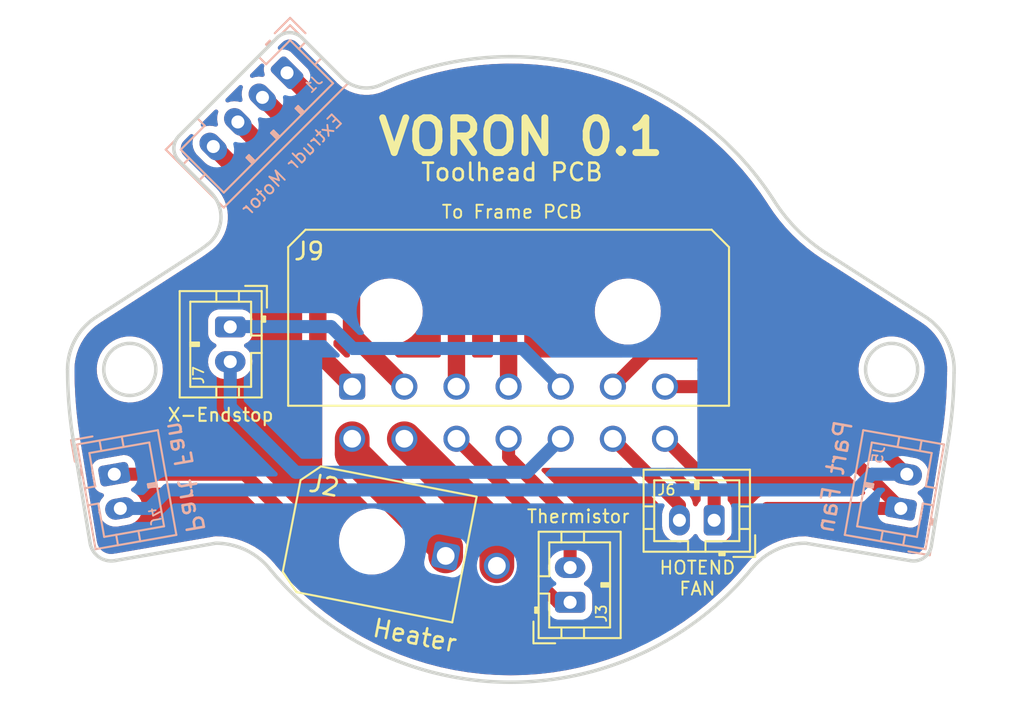
<source format=kicad_pcb>
(kicad_pcb (version 20211014) (generator pcbnew)
  (layers (0 "F.Cu" signal) (31 "B.Cu" signal) (34 "B.Paste" user) (35 "F.Paste" user) (36 "B.SilkS" user "B.Silkscreen") (37 "F.SilkS" user "F.Silkscreen") (38 "B.Mask" user) (39 "F.Mask" user) (44 "Edge.Cuts" user))
  (net 0 "")
  (net 1 "/B-")
  (net 2 "/B+")
  (net 3 "/A-")
  (net 4 "/A+")
  (net 5 "/therm1")
  (net 6 "/therm0")
  (net 7 "/fan0")
  (net 8 "/heat_high")
  (net 9 "/fan1")
  (net 10 "Net-(J4-Pad1)")
  (net 11 "/sw0")
  (net 12 "Net-(J6-Pad1)")
  (net 13 "/heat_gnd")
  (net 14 "/sw1")
  (footprint "Connector_Molex:Molex_Micro-Fit_3.0_43045-0200_2x01_P3.00mm_Horizontal" (layer "F.Cu") (at 96.26 110.73 79)
    (fp_text reference "J2" (at 2.644338 -7.63518 349) (layer "F.SilkS"))
    (fp_text value "Conn_01x02_Female")
    (fp_line (start 3.685 1.1) (end -3.685 1.1) (layer "F.SilkS") (width 0.12))
    (fp_line (start -3.685 -8.03) (end -2.685 -9.03) (layer "F.SilkS") (width 0.12))
    (fp_line (start -2.685 -9.03) (end 2.685 -9.03) (layer "F.SilkS") (width 0.12))
    (fp_line (start -3.685 1.1) (end -3.685 -8.03) (layer "F.SilkS") (width 0.12))
    (fp_line (start 2.685 -9.03) (end 3.685 -8.03) (layer "F.SilkS") (width 0.12))
    (fp_line (start 3.685 -8.03) (end 3.685 1.1) (layer "F.SilkS") (width 0.12))
    (pad "" np_thru_hole circle locked (at 0 -4.32 79) (size 3 3) (drill 3) (layers *.Cu *.Mask))
    (pad "1" thru_hole roundrect locked (at 0 0 79) (size 1.5 1.5) (drill 1.02) (layers *.Cu *.Mask) (roundrect_rratio 0.1666666667) (net 8 "/heat_high"))
    (pad "2" thru_hole circle locked (at 0 3 79) (size 1.5 1.5) (drill 1.02) (layers *.Cu *.Mask) (net 13 "/heat_gnd"))
  )
  (footprint "Connector_JST:JST_PH_B2B-PH-K_1x02_P2.00mm_Vertical" (layer "F.Cu") (at 103.42 113.4 90)
    (fp_text reference "J3" (at -0.646 1.8 270) (layer "F.SilkS") (effects (font (size 0.6 0.6) (thickness 0.1))))
    (fp_text value "Conn_01x02_Female")
    (fp_line (start 0.9 2.3) (end 0.9 1.8) (layer "F.SilkS") (width 0.12))
    (fp_line (start 4.06 -1.81) (end -2.06 -1.81) (layer "F.SilkS") (width 0.12))
    (fp_line (start 1.5 -1.2) (end 1.5 -1.81) (layer "F.SilkS") (width 0.12))
    (fp_line (start 4.06 -0.5) (end 3.45 -0.5) (layer "F.SilkS") (width 0.12))
    (fp_line (start -1.45 2.3) (end 3.45 2.3) (layer "F.SilkS") (width 0.12))
    (fp_line (start 3.45 2.3) (end 3.45 -1.2) (layer "F.SilkS") (width 0.12))
    (fp_line (start 1 2.3) (end 1 1.8) (layer "F.SilkS") (width 0.12))
    (fp_line (start 3.45 -1.2) (end 1.5 -1.2) (layer "F.SilkS") (width 0.12))
    (fp_line (start -0.3 -1.91) (end -0.6 -1.91) (layer "F.SilkS") (width 0.12))
    (fp_line (start -1.11 -2.11) (end -2.36 -2.11) (layer "F.SilkS") (width 0.12))
    (fp_line (start -2.06 2.91) (end 4.06 2.91) (layer "F.SilkS") (width 0.12))
    (fp_line (start -0.6 -2.01) (end -0.6 -1.81) (layer "F.SilkS") (width 0.12))
    (fp_line (start -0.3 -1.81) (end -0.3 -2.01) (layer "F.SilkS") (width 0.12))
    (fp_line (start 0.5 -1.2) (end -1.45 -1.2) (layer "F.SilkS") (width 0.12))
    (fp_line (start 4.06 0.8) (end 3.45 0.8) (layer "F.SilkS") (width 0.12))
    (fp_line (start 0.5 -1.81) (end 0.5 -1.2) (layer "F.SilkS") (width 0.12))
    (fp_line (start -2.36 -2.11) (end -2.36 -0.86) (layer "F.SilkS") (width 0.12))
    (fp_line (start 0.9 1.8) (end 1.1 1.8) (layer "F.SilkS") (width 0.12))
    (fp_line (start -0.3 -2.01) (end -0.6 -2.01) (layer "F.SilkS") (width 0.12))
    (fp_line (start -2.06 -1.81) (end -2.06 2.91) (layer "F.SilkS") (width 0.12))
    (fp_line (start 4.06 2.91) (end 4.06 -1.81) (layer "F.SilkS") (width 0.12))
    (fp_line (start 1.1 1.8) (end 1.1 2.3) (layer "F.SilkS") (width 0.12))
    (fp_line (start -2.06 0.8) (end -1.45 0.8) (layer "F.SilkS") (width 0.12))
    (fp_line (start -2.06 -0.5) (end -1.45 -0.5) (layer "F.SilkS") (width 0.12))
    (fp_line (start -1.45 -1.2) (end -1.45 2.3) (layer "F.SilkS") (width 0.12))
    (pad "1" thru_hole roundrect locked (at 0 0 90) (size 1.2 1.75) (drill 0.75) (layers *.Cu *.Mask) (roundrect_rratio 0.2083325) (net 6 "/therm0"))
    (pad "2" thru_hole oval locked (at 2 0 90) (size 1.2 1.75) (drill 0.75) (layers *.Cu *.Mask) (net 5 "/therm1"))
  )
  (footprint "Connector_JST:JST_PH_B2B-PH-K_1x02_P2.00mm_Vertical" (layer "F.Cu") (at 111.71 108.68 180)
    (fp_text reference "J6" (at 2.744 1.746) (layer "F.SilkS") (effects (font (size 0.6 0.6) (thickness 0.1))))
    (fp_text value "Conn_01x02_Female")
    (fp_line (start -2.36 -2.11) (end -2.36 -0.86) (layer "F.SilkS") (width 0.12))
    (fp_line (start 3.45 -1.2) (end 1.5 -1.2) (layer "F.SilkS") (width 0.12))
    (fp_line (start -2.06 2.91) (end 4.06 2.91) (layer "F.SilkS") (width 0.12))
    (fp_line (start -1.45 -1.2) (end -1.45 2.3) (layer "F.SilkS") (width 0.12))
    (fp_line (start 0.5 -1.81) (end 0.5 -1.2) (layer "F.SilkS") (width 0.12))
    (fp_line (start -2.06 0.8) (end -1.45 0.8) (layer "F.SilkS") (width 0.12))
    (fp_line (start 0.5 -1.2) (end -1.45 -1.2) (layer "F.SilkS") (width 0.12))
    (fp_line (start -0.3 -1.91) (end -0.6 -1.91) (layer "F.SilkS") (width 0.12))
    (fp_line (start 4.06 -1.81) (end -2.06 -1.81) (layer "F.SilkS") (width 0.12))
    (fp_line (start 4.06 -0.5) (end 3.45 -0.5) (layer "F.SilkS") (width 0.12))
    (fp_line (start 0.9 2.3) (end 0.9 1.8) (layer "F.SilkS") (width 0.12))
    (fp_line (start -0.3 -2.01) (end -0.6 -2.01) (layer "F.SilkS") (width 0.12))
    (fp_line (start -1.45 2.3) (end 3.45 2.3) (layer "F.SilkS") (width 0.12))
    (fp_line (start -0.6 -2.01) (end -0.6 -1.81) (layer "F.SilkS") (width 0.12))
    (fp_line (start -2.06 -1.81) (end -2.06 2.91) (layer "F.SilkS") (width 0.12))
    (fp_line (start -0.3 -1.81) (end -0.3 -2.01) (layer "F.SilkS") (width 0.12))
    (fp_line (start -2.06 -0.5) (end -1.45 -0.5) (layer "F.SilkS") (width 0.12))
    (fp_line (start 1 2.3) (end 1 1.8) (layer "F.SilkS") (width 0.12))
    (fp_line (start 0.9 1.8) (end 1.1 1.8) (layer "F.SilkS") (width 0.12))
    (fp_line (start 4.06 2.91) (end 4.06 -1.81) (layer "F.SilkS") (width 0.12))
    (fp_line (start 4.06 0.8) (end 3.45 0.8) (layer "F.SilkS") (width 0.12))
    (fp_line (start 1.5 -1.2) (end 1.5 -1.81) (layer "F.SilkS") (width 0.12))
    (fp_line (start 1.1 1.8) (end 1.1 2.3) (layer "F.SilkS") (width 0.12))
    (fp_line (start 3.45 2.3) (end 3.45 -1.2) (layer "F.SilkS") (width 0.12))
    (fp_line (start -1.11 -2.11) (end -2.36 -2.11) (layer "F.SilkS") (width 0.12))
    (pad "1" thru_hole roundrect locked (at 0 0 180) (size 1.2 1.75) (drill 0.75) (layers *.Cu *.Mask) (roundrect_rratio 0.2083325) (net 12 "Net-(J6-Pad1)"))
    (pad "2" thru_hole oval locked (at 2 0 180) (size 1.2 1.75) (drill 0.75) (layers *.Cu *.Mask) (net 9 "/fan1"))
  )
  (footprint "Connector_Molex:Molex_Micro-Fit_3.0_43045-1400_2x07_P3.00mm_Horizontal" (layer "F.Cu") (at 90.88 100.99)
    (fp_text reference "J9" (at -2.48 -7.79) (layer "F.SilkS"))
    (fp_text value "Conn_02x07_Counter_Clockwise")
    (fp_line (start -2.685 -9.03) (end 20.685 -9.03) (layer "F.SilkS") (width 0.12))
    (fp_line (start -3.685 -8.03) (end -2.685 -9.03) (layer "F.SilkS") (width 0.12))
    (fp_line (start 21.685 1.1) (end -3.685 1.1) (layer "F.SilkS") (width 0.12))
    (fp_line (start -3.685 1.1) (end -3.685 -8.03) (layer "F.SilkS") (width 0.12))
    (fp_line (start 20.685 -9.03) (end 21.685 -8.03) (layer "F.SilkS") (width 0.12))
    (fp_line (start 21.685 -8.03) (end 21.685 1.1) (layer "F.SilkS") (width 0.12))
    (pad "" np_thru_hole circle locked (at 2.16 -4.32) (size 3 3) (drill 3) (layers *.Cu *.Mask))
    (pad "" np_thru_hole circle locked (at 15.86 -4.32) (size 3 3) (drill 3) (layers *.Cu *.Mask))
    (pad "1" thru_hole roundrect locked (at 0 0) (size 1.5 1.5) (drill 1.02) (layers *.Cu *.Mask) (roundrect_rratio 0.1666666667) (net 4 "/A+"))
    (pad "2" thru_hole circle locked (at 3 0) (size 1.5 1.5) (drill 1.02) (layers *.Cu *.Mask) (net 3 "/A-"))
    (pad "3" thru_hole circle locked (at 6 0) (size 1.5 1.5) (drill 1.02) (layers *.Cu *.Mask) (net 2 "/B+"))
    (pad "4" thru_hole circle locked (at 9 0) (size 1.5 1.5) (drill 1.02) (layers *.Cu *.Mask) (net 1 "/B-"))
    (pad "5" thru_hole circle locked (at 12 0) (size 1.5 1.5) (drill 1.02) (layers *.Cu *.Mask) (net 14 "/sw1"))
    (pad "6" thru_hole circle locked (at 15 0) (size 1.5 1.5) (drill 1.02) (layers *.Cu *.Mask) (net 7 "/fan0"))
    (pad "7" thru_hole circle locked (at 18 0) (size 1.5 1.5) (drill 1.02) (layers *.Cu *.Mask) (net 10 "Net-(J4-Pad1)"))
    (pad "8" thru_hole circle locked (at 0 3) (size 1.5 1.5) (drill 1.02) (layers *.Cu *.Mask) (net 8 "/heat_high"))
    (pad "9" thru_hole circle locked (at 3 3) (size 1.5 1.5) (drill 1.02) (layers *.Cu *.Mask) (net 13 "/heat_gnd"))
    (pad "10" thru_hole circle locked (at 6 3) (size 1.5 1.5) (drill 1.02) (layers *.Cu *.Mask) (net 6 "/therm0"))
    (pad "11" thru_hole circle locked (at 9 3) (size 1.5 1.5) (drill 1.02) (layers *.Cu *.Mask) (net 5 "/therm1"))
    (pad "12" thru_hole circle locked (at 12 3) (size 1.5 1.5) (drill 1.02) (layers *.Cu *.Mask) (net 11 "/sw0"))
    (pad "13" thru_hole circle locked (at 15 3) (size 1.5 1.5) (drill 1.02) (layers *.Cu *.Mask) (net 9 "/fan1"))
    (pad "14" thru_hole circle locked (at 18 3) (size 1.5 1.5) (drill 1.02) (layers *.Cu *.Mask) (net 12 "Net-(J6-Pad1)"))
  )
  (footprint "Connector_JST:JST_PH_B2B-PH-K_1x02_P2.00mm_Vertical" (layer "F.Cu") (at 83.862 97.552 -90)
    (fp_text reference "J7" (at 2.778 1.82 90) (layer "F.SilkS") (effects (font (size 0.6 0.6) (thickness 0.1))))
    (fp_text value "Conn_01x02_Female")
    (fp_line (start 1 2.3) (end 1 1.8) (layer "F.SilkS") (width 0.12))
    (fp_line (start -0.6 -2.01) (end -0.6 -1.81) (layer "F.SilkS") (width 0.12))
    (fp_line (start 1.1 1.8) (end 1.1 2.3) (layer "F.SilkS") (width 0.12))
    (fp_line (start -1.45 -1.2) (end -1.45 2.3) (layer "F.SilkS") (width 0.12))
    (fp_line (start -0.3 -1.81) (end -0.3 -2.01) (layer "F.SilkS") (width 0.12))
    (fp_line (start 4.06 0.8) (end 3.45 0.8) (layer "F.SilkS") (width 0.12))
    (fp_line (start -2.06 0.8) (end -1.45 0.8) (layer "F.SilkS") (width 0.12))
    (fp_line (start 4.06 -1.81) (end -2.06 -1.81) (layer "F.SilkS") (width 0.12))
    (fp_line (start 0.5 -1.81) (end 0.5 -1.2) (layer "F.SilkS") (width 0.12))
    (fp_line (start 0.5 -1.2) (end -1.45 -1.2) (layer "F.SilkS") (width 0.12))
    (fp_line (start -1.45 2.3) (end 3.45 2.3) (layer "F.SilkS") (width 0.12))
    (fp_line (start -1.11 -2.11) (end -2.36 -2.11) (layer "F.SilkS") (width 0.12))
    (fp_line (start 3.45 2.3) (end 3.45 -1.2) (layer "F.SilkS") (width 0.12))
    (fp_line (start -2.06 -1.81) (end -2.06 2.91) (layer "F.SilkS") (width 0.12))
    (fp_line (start 0.9 1.8) (end 1.1 1.8) (layer "F.SilkS") (width 0.12))
    (fp_line (start 0.9 2.3) (end 0.9 1.8) (layer "F.SilkS") (width 0.12))
    (fp_line (start -2.06 2.91) (end 4.06 2.91) (layer "F.SilkS") (width 0.12))
    (fp_line (start 3.45 -1.2) (end 1.5 -1.2) (layer "F.SilkS") (width 0.12))
    (fp_line (start 1.5 -1.2) (end 1.5 -1.81) (layer "F.SilkS") (width 0.12))
    (fp_line (start -2.36 -2.11) (end -2.36 -0.86) (layer "F.SilkS") (width 0.12))
    (fp_line (start -2.06 -0.5) (end -1.45 -0.5) (layer "F.SilkS") (width 0.12))
    (fp_line (start 4.06 -0.5) (end 3.45 -0.5) (layer "F.SilkS") (width 0.12))
    (fp_line (start -0.3 -2.01) (end -0.6 -2.01) (layer "F.SilkS") (width 0.12))
    (fp_line (start 4.06 2.91) (end 4.06 -1.81) (layer "F.SilkS") (width 0.12))
    (fp_line (start -0.3 -1.91) (end -0.6 -1.91) (layer "F.SilkS") (width 0.12))
    (pad "1" thru_hole roundrect locked (at 0 0 270) (size 1.2 1.75) (drill 0.75) (layers *.Cu *.Mask) (roundrect_rratio 0.2083333333) (net 14 "/sw1"))
    (pad "2" thru_hole oval locked (at 2 0 270) (size 1.2 1.75) (drill 0.75) (layers *.Cu *.Mask) (net 11 "/sw0"))
  )
  (footprint "Connector_JST:JST_PH_B4B-PH-K_1x04_P2.00mm_Vertical" (layer "B.Cu") (at 87.13 82.93 -135)
    (fp_text reference "J1" (at -0.622254 -1.521694 -135) (layer "B.SilkS") (effects (font (size 0.6 0.6) (thickness 0.1)) (justify mirror)))
    (fp_text value "Conn_01x04_Female")
    (fp_line (start 0.5 1.81) (end 0.5 1.2) (layer "B.SilkS") (width 0.12))
    (fp_line (start 8.06 -0.8) (end 7.45 -0.8) (layer "B.SilkS") (width 0.12))
    (fp_line (start 4.9 -1.8) (end 5.1 -1.8) (layer "B.SilkS") (width 0.12))
    (fp_line (start 1 -2.3) (end 1 -1.8) (layer "B.SilkS") (width 0.12))
    (fp_line (start -0.3 1.91) (end -0.6 1.91) (layer "B.SilkS") (width 0.12))
    (fp_line (start 2.9 -2.3) (end 2.9 -1.8) (layer "B.SilkS") (width 0.12))
    (fp_line (start 3.1 -1.8) (end 3.1 -2.3) (layer "B.SilkS") (width 0.12))
    (fp_line (start 0.5 1.2) (end -1.45 1.2) (layer "B.SilkS") (width 0.12))
    (fp_line (start -0.6 2.01) (end -0.6 1.81) (layer "B.SilkS") (width 0.12))
    (fp_line (start 1.1 -1.8) (end 1.1 -2.3) (layer "B.SilkS") (width 0.12))
    (fp_line (start 8.06 0.5) (end 7.45 0.5) (layer "B.SilkS") (width 0.12))
    (fp_line (start 0.9 -1.8) (end 1.1 -1.8) (layer "B.SilkS") (width 0.12))
    (fp_line (start 5.5 1.2) (end 5.5 1.81) (layer "B.SilkS") (width 0.12))
    (fp_line (start 7.45 -2.3) (end 7.45 1.2) (layer "B.SilkS") (width 0.12))
    (fp_line (start -2.36 2.11) (end -2.36 0.86) (layer "B.SilkS") (width 0.12))
    (fp_line (start 3 -2.3) (end 3 -1.8) (layer "B.SilkS") (width 0.12))
    (fp_line (start -1.45 1.2) (end -1.45 -2.3) (layer "B.SilkS") (width 0.12))
    (fp_line (start 4.9 -2.3) (end 4.9 -1.8) (layer "B.SilkS") (width 0.12))
    (fp_line (start 5 -2.3) (end 5 -1.8) (layer "B.SilkS") (width 0.12))
    (fp_line (start -0.3 1.81) (end -0.3 2.01) (layer "B.SilkS") (width 0.12))
    (fp_line (start 7.45 1.2) (end 5.5 1.2) (layer "B.SilkS") (width 0.12))
    (fp_line (start -0.3 2.01) (end -0.6 2.01) (layer "B.SilkS") (width 0.12))
    (fp_line (start -2.06 -0.8) (end -1.45 -0.8) (layer "B.SilkS") (width 0.12))
    (fp_line (start 5.1 -1.8) (end 5.1 -2.3) (layer "B.SilkS") (width 0.12))
    (fp_line (start 8.06 1.81) (end -2.06 1.81) (layer "B.SilkS") (width 0.12))
    (fp_line (start 2.9 -1.8) (end 3.1 -1.8) (layer "B.SilkS") (width 0.12))
    (fp_line (start -2.06 1.81) (end -2.06 -2.91) (layer "B.SilkS") (width 0.12))
    (fp_line (start 0.9 -2.3) (end 0.9 -1.8) (layer "B.SilkS") (width 0.12))
    (fp_line (start -1.45 -2.3) (end 7.45 -2.3) (layer "B.SilkS") (width 0.12))
    (fp_line (start -2.06 0.5) (end -1.45 0.5) (layer "B.SilkS") (width 0.12))
    (fp_line (start -1.11 2.11) (end -2.36 2.11) (layer "B.SilkS") (width 0.12))
    (fp_line (start 8.06 -2.91) (end 8.06 1.81) (layer "B.SilkS") (width 0.12))
    (fp_line (start -2.06 -2.91) (end 8.06 -2.91) (layer "B.SilkS") (width 0.12))
    (pad "1" thru_hole roundrect locked (at 0 0 225) (size 1.2 1.75) (drill 0.75) (layers *.Cu *.Mask) (roundrect_rratio 0.2083325) (net 1 "/B-"))
    (pad "2" thru_hole oval locked (at 2 0 225) (size 1.2 1.75) (drill 0.75) (layers *.Cu *.Mask) (net 2 "/B+"))
    (pad "3" thru_hole oval locked (at 4 0 225) (size 1.2 1.75) (drill 0.75) (layers *.Cu *.Mask) (net 3 "/A-"))
    (pad "4" thru_hole oval locked (at 6 0 225) (size 1.2 1.75) (drill 0.75) (layers *.Cu *.Mask) (net 4 "/A+"))
  )
  (footprint "Connector_JST:JST_PH_B2B-PH-K_1x02_P2.00mm_Vertical" (layer "B.Cu") (at 77.19 106.03 -80)
    (fp_text reference "J4" (at 2.792588 -1.855258 100) (layer "B.SilkS") (effects (font (size 0.6 0.6) (thickness 0.1)) (justify mirror)))
    (fp_text value "Conn_01x02_Female")
    (fp_line (start -0.6 2.01) (end -0.6 1.81) (layer "B.SilkS") (width 0.12))
    (fp_line (start -1.11 2.11) (end -2.36 2.11) (layer "B.SilkS") (width 0.12))
    (fp_line (start -2.06 0.5) (end -1.45 0.5) (layer "B.SilkS") (width 0.12))
    (fp_line (start -0.3 2.01) (end -0.6 2.01) (layer "B.SilkS") (width 0.12))
    (fp_line (start -0.3 1.81) (end -0.3 2.01) (layer "B.SilkS") (width 0.12))
    (fp_line (start 3.45 1.2) (end 1.5 1.2) (layer "B.SilkS") (width 0.12))
    (fp_line (start 1.5 1.2) (end 1.5 1.81) (layer "B.SilkS") (width 0.12))
    (fp_line (start -1.45 1.2) (end -1.45 -2.3) (layer "B.SilkS") (width 0.12))
    (fp_line (start 3.45 -2.3) (end 3.45 1.2) (layer "B.SilkS") (width 0.12))
    (fp_line (start 0.5 1.81) (end 0.5 1.2) (layer "B.SilkS") (width 0.12))
    (fp_line (start -2.36 2.11) (end -2.36 0.86) (layer "B.SilkS") (width 0.12))
    (fp_line (start 0.9 -1.8) (end 1.1 -1.8) (layer "B.SilkS") (width 0.12))
    (fp_line (start -2.06 -2.91) (end 4.06 -2.91) (layer "B.SilkS") (width 0.12))
    (fp_line (start -2.06 1.81) (end -2.06 -2.91) (layer "B.SilkS") (width 0.12))
    (fp_line (start 4.06 -2.91) (end 4.06 1.81) (layer "B.SilkS") (width 0.12))
    (fp_line (start 4.06 0.5) (end 3.45 0.5) (layer "B.SilkS") (width 0.12))
    (fp_line (start 0.5 1.2) (end -1.45 1.2) (layer "B.SilkS") (width 0.12))
    (fp_line (start 4.06 1.81) (end -2.06 1.81) (layer "B.SilkS") (width 0.12))
    (fp_line (start -1.45 -2.3) (end 3.45 -2.3) (layer "B.SilkS") (width 0.12))
    (fp_line (start 4.06 -0.8) (end 3.45 -0.8) (layer "B.SilkS") (width 0.12))
    (fp_line (start 1 -2.3) (end 1 -1.8) (layer "B.SilkS") (width 0.12))
    (fp_line (start -0.3 1.91) (end -0.6 1.91) (layer "B.SilkS") (width 0.12))
    (fp_line (start 1.1 -1.8) (end 1.1 -2.3) (layer "B.SilkS") (width 0.12))
    (fp_line (start 0.9 -2.3) (end 0.9 -1.8) (layer "B.SilkS") (width 0.12))
    (fp_line (start -2.06 -0.8) (end -1.45 -0.8) (layer "B.SilkS") (width 0.12))
    (pad "1" thru_hole roundrect locked (at 0 0 280) (size 1.2 1.75) (drill 0.75) (layers *.Cu *.Mask) (roundrect_rratio 0.2083325) (net 10 "Net-(J4-Pad1)"))
    (pad "2" thru_hole oval locked (at 2 0 280) (size 1.2 1.75) (drill 0.75) (layers *.Cu *.Mask) (net 7 "/fan0"))
  )
  (footprint "Connector_JST:JST_PH_B2B-PH-K_1x02_P2.00mm_Vertical" (layer "B.Cu") (at 122.45 108 80)
    (fp_text reference "J5" (at 2.826581 -1.810334 260) (layer "B.SilkS") (effects (font (size 0.6 0.6) (thickness 0.1)) (justify mirror)))
    (fp_text value "Conn_01x02_Female")
    (fp_line (start 0.9 -1.8) (end 1.1 -1.8) (layer "B.SilkS") (width 0.12))
    (fp_line (start -2.06 1.81) (end -2.06 -2.91) (layer "B.SilkS") (width 0.12))
    (fp_line (start 4.06 -0.8) (end 3.45 -0.8) (layer "B.SilkS") (width 0.12))
    (fp_line (start -2.06 0.5) (end -1.45 0.5) (layer "B.SilkS") (width 0.12))
    (fp_line (start 0.9 -2.3) (end 0.9 -1.8) (layer "B.SilkS") (width 0.12))
    (fp_line (start 4.06 0.5) (end 3.45 0.5) (layer "B.SilkS") (width 0.12))
    (fp_line (start -2.06 -2.91) (end 4.06 -2.91) (layer "B.SilkS") (width 0.12))
    (fp_line (start 1 -2.3) (end 1 -1.8) (layer "B.SilkS") (width 0.12))
    (fp_line (start -1.45 1.2) (end -1.45 -2.3) (layer "B.SilkS") (width 0.12))
    (fp_line (start -0.6 2.01) (end -0.6 1.81) (layer "B.SilkS") (width 0.12))
    (fp_line (start -0.3 1.81) (end -0.3 2.01) (layer "B.SilkS") (width 0.12))
    (fp_line (start 4.06 -2.91) (end 4.06 1.81) (layer "B.SilkS") (width 0.12))
    (fp_line (start 3.45 1.2) (end 1.5 1.2) (layer "B.SilkS") (width 0.12))
    (fp_line (start 1.1 -1.8) (end 1.1 -2.3) (layer "B.SilkS") (width 0.12))
    (fp_line (start -0.3 1.91) (end -0.6 1.91) (layer "B.SilkS") (width 0.12))
    (fp_line (start 0.5 1.81) (end 0.5 1.2) (layer "B.SilkS") (width 0.12))
    (fp_line (start -2.36 2.11) (end -2.36 0.86) (layer "B.SilkS") (width 0.12))
    (fp_line (start -2.06 -0.8) (end -1.45 -0.8) (layer "B.SilkS") (width 0.12))
    (fp_line (start 0.5 1.2) (end -1.45 1.2) (layer "B.SilkS") (width 0.12))
    (fp_line (start -1.45 -2.3) (end 3.45 -2.3) (layer "B.SilkS") (width 0.12))
    (fp_line (start -1.11 2.11) (end -2.36 2.11) (layer "B.SilkS") (width 0.12))
    (fp_line (start -0.3 2.01) (end -0.6 2.01) (layer "B.SilkS") (width 0.12))
    (fp_line (start 4.06 1.81) (end -2.06 1.81) (layer "B.SilkS") (width 0.12))
    (fp_line (start 3.45 -2.3) (end 3.45 1.2) (layer "B.SilkS") (width 0.12))
    (fp_line (start 1.5 1.2) (end 1.5 1.81) (layer "B.SilkS") (width 0.12))
    (pad "1" thru_hole roundrect locked (at 0 0 80) (size 1.2 1.75) (drill 0.75) (layers *.Cu *.Mask) (roundrect_rratio 0.2083325) (net 10 "Net-(J4-Pad1)"))
    (pad "2" thru_hole oval locked (at 2 0 80) (size 1.2 1.75) (drill 0.75) (layers *.Cu *.Mask) (net 7 "/fan0"))
  )
  (gr_line (start 82.741298 89.812379) (end 81.07 88.15) (layer "Edge.Cuts") (width 0.2))
  (gr_line (start 80.90811 87.979191) (end 81.07 88.15) (layer "Edge.Cuts") (width 0.2))
  (gr_line (start 75.8 110) (end 74.815294 103.997572) (layer "Edge.Cuts") (width 0.2))
  (gr_line (start 124.2 110.2) (end 125.2 104) (layer "Edge.Cuts") (width 0.2))
  (gr_arc (start 77.278608 110.990272) (mid 76.327079 110.812017) (end 75.8 110) (layer "Edge.Cuts") (width 0.2))
  (gr_line (start 118.167779 93.318387) (end 123.871958 96.974815) (layer "Edge.Cuts") (width 0.2))
  (gr_arc (start 125.514702 100.199994) (mid 125.428434 102.105884) (end 125.2 104) (layer "Edge.Cuts") (width 0.2))
  (gr_arc (start 92.531895 83.62235) (mid 91.346436 83.770732) (end 90.287892 83.216824) (layer "Edge.Cuts") (width 0.2))
  (gr_circle (center 121.92 100) (end 123.42 100) (layer "Edge.Cuts") (width 0.2) (fill none))
  (gr_line (start 116.970562 110) (end 123.045421 111.009491) (layer "Edge.Cuts") (width 0.2))
  (gr_arc (start 74.5 100) (mid 74.936349 98.287149) (end 76.139027 96.99184) (layer "Edge.Cuts") (width 0.2))
  (gr_arc (start 86.56497 80.908116) (mid 87.272077 80.615223) (end 87.979184 80.908116) (layer "Edge.Cuts") (width 0.2))
  (gr_arc (start 124.2 110.2) (mid 123.782813 110.8331) (end 123.045421 111.009491) (layer "Edge.Cuts") (width 0.2))
  (gr_arc (start 123.871958 96.974815) (mid 125.128084 98.365963) (end 125.514702 100.199994) (layer "Edge.Cuts") (width 0.2))
  (gr_arc (start 113.885006 111.454545) (mid 115.264957 110.381864) (end 116.970562 110) (layer "Edge.Cuts") (width 0.2))
  (gr_arc (start 118.167779 93.318387) (mid 116.503956 91.972277) (end 115.164672 90.302954) (layer "Edge.Cuts") (width 0.2))
  (gr_arc (start 82.741298 89.812379) (mid 83.323269 91.350068) (end 82.556229 92.804313) (layer "Edge.Cuts") (width 0.2))
  (gr_arc (start 83.029437 110) (mid 84.735043 110.381864) (end 86.114994 111.454545) (layer "Edge.Cuts") (width 0.2))
  (gr_arc (start 92.531895 83.622351) (mid 105.095773 82.736365) (end 115.164672 90.302954) (layer "Edge.Cuts") (width 0.2))
  (gr_line (start 77.278608 110.990272) (end 83.029437 110) (layer "Edge.Cuts") (width 0.2))
  (gr_circle (center 78.08 100) (end 79.58 100) (layer "Edge.Cuts") (width 0.2) (fill none))
  (gr_arc (start 80.90811 87.979191) (mid 80.615217 87.272084) (end 80.90811 86.564977) (layer "Edge.Cuts") (width 0.2))
  (gr_line (start 90.287892 83.216824) (end 87.979184 80.908116) (layer "Edge.Cuts") (width 0.2))
  (gr_line (start 76.139027 96.99184) (end 81.83222 93.318387) (layer "Edge.Cuts") (width 0.2))
  (gr_arc (start 82.556229 92.804313) (mid 82.199933 93.06939) (end 81.83222 93.318387) (layer "Edge.Cuts") (width 0.2))
  (gr_arc (start 74.815294 103.997572) (mid 74.578946 102.004993) (end 74.5 100) (layer "Edge.Cuts") (width 0.2))
  (gr_arc (start 113.885005 111.454546) (mid 99.999999 118) (end 86.114994 111.454545) (layer "Edge.Cuts") (width 0.2))
  (gr_line (start 86.564971 80.908116) (end 80.90811 86.564977) (layer "Edge.Cuts") (width 0.2))
  (gr_text "Part Fan" (at 81.28 106.172 -80) (layer "B.SilkS") (effects (font (size 1 1)) (justify mirror)))
  (gr_text "Part Fan" (at 118.618 106.172 80) (layer "B.SilkS") (effects (font (size 1 1)) (justify mirror)))
  (gr_text "Extrudr Motor" (at 87.4 88.2 45) (layer "B.SilkS") (effects (font (size 0.75 0.75) (thickness 0.11)) (justify mirror)))
  (gr_text "Toolhead PCB" (at 100.076 88.646) (layer "F.SilkS") (effects (font (size 1 1))))
  (gr_text "HOTEND\nFAN" (at 110.744 112.014) (layer "F.SilkS") (effects (font (size 0.75 0.75) (thickness 0.11))))
  (gr_text "To Frame PCB" (at 100.076 90.932) (layer "F.SilkS") (effects (font (size 0.75 0.75) (thickness 0.11))))
  (gr_text "Heater\n" (at 94.488 115.316 -11) (layer "F.SilkS") (effects (font (size 1 1))))
  (gr_text "VORON 0.1\n" (at 100.584 86.614) (layer "F.SilkS") (effects (font (size 2 2) (thickness 0.4))))
  (gr_text "Thermistor" (at 103.886 108.458) (layer "F.SilkS") (effects (font (size 0.75 0.75) (thickness 0.11))))
  (gr_text "X-Endstop" (at 83.312 102.616) (layer "F.SilkS") (effects (font (size 0.75 0.75) (thickness 0.12))))
  (segment (start 99.88 100.99) (end 99.88 95.68) (width 1) (layer "F.Cu") (net 1))
  (segment (start 99.88 95.68) (end 87.13 82.93) (width 1) (layer "F.Cu") (net 1))
  (segment (start 96.88 95.508428) (end 96.88 100.99) (width 1) (layer "F.Cu") (net 2))
  (segment (start 85.715786 84.344214) (end 96.88 95.508428) (width 1) (layer "F.Cu") (net 2))
  (segment (start 90.839999 92.296853) (end 84.301573 85.758427) (width 1) (layer "F.Cu") (net 3))
  (segment (start 90.839999 97.949999) (end 90.839999 92.296853) (width 1) (layer "F.Cu") (net 3))
  (segment (start 93.88 100.99) (end 90.839999 97.949999) (width 1) (layer "F.Cu") (net 3))
  (segment (start 88.9 93.185282) (end 82.887359 87.172641) (width 1) (layer "F.Cu") (net 4))
  (segment (start 90.88 100.99) (end 88.9 99.01) (width 1) (layer "F.Cu") (net 4))
  (segment (start 88.9 99.01) (end 88.9 93.185282) (width 1) (layer "F.Cu") (net 4))
  (segment (start 103.42 108.59066) (end 103.42 111.4) (width 0.75) (layer "F.Cu") (net 5))
  (segment (start 99.88 105.05066) (end 103.42 108.59066) (width 0.75) (layer "F.Cu") (net 5))
  (segment (start 99.88 103.99) (end 99.88 105.05066) (width 0.75) (layer "F.Cu") (net 5))
  (segment (start 102.732 113.4) (end 103.42 113.4) (width 0.75) (layer "F.Cu") (net 6))
  (segment (start 101.092 108.202) (end 101.092 111.76) (width 0.75) (layer "F.Cu") (net 6))
  (segment (start 96.88 103.99) (end 101.092 108.202) (width 0.75) (layer "F.Cu") (net 6))
  (segment (start 101.092 111.76) (end 102.732 113.4) (width 0.75) (layer "F.Cu") (net 6))
  (segment (start 107.81 99.06) (end 105.88 100.99) (width 0.75) (layer "F.Cu") (net 7))
  (segment (start 119.532401 102.765489) (end 115.465489 102.765489) (width 0.75) (layer "F.Cu") (net 7))
  (segment (start 111.76 99.06) (end 107.81 99.06) (width 0.75) (layer "F.Cu") (net 7))
  (segment (start 122.797296 106.030384) (end 119.532401 102.765489) (width 0.75) (layer "F.Cu") (net 7))
  (segment (start 115.465489 102.765489) (end 111.76 99.06) (width 0.75) (layer "F.Cu") (net 7))
  (segment (start 120.791616 106.030384) (end 122.797296 106.030384) (width 0.75) (layer "B.Cu") (net 7))
  (segment (start 79.198384 107.999616) (end 80.264 106.934) (width 0.75) (layer "B.Cu") (net 7))
  (segment (start 80.264 106.934) (end 119.888 106.934) (width 0.75) (layer "B.Cu") (net 7))
  (segment (start 77.537296 107.999616) (end 79.198384 107.999616) (width 0.75) (layer "B.Cu") (net 7))
  (segment (start 119.888 106.934) (end 120.791616 106.030384) (width 0.75) (layer "B.Cu") (net 7))
  (segment (start 90.88 104.858207) (end 90.88 103.99) (width 2) (layer "F.Cu") (net 8))
  (segment (start 96.26 110.73) (end 96.26 110.238207) (width 2) (layer "F.Cu") (net 8))
  (segment (start 96.26 110.238207) (end 90.88 104.858207) (width 2) (layer "F.Cu") (net 8))
  (segment (start 109.71 108.68) (end 109.71 107.82) (width 0.75) (layer "F.Cu") (net 9))
  (segment (start 109.71 107.82) (end 105.88 103.99) (width 0.75) (layer "F.Cu") (net 9))
  (segment (start 118.59 104.14) (end 114.808 104.14) (width 0.75) (layer "F.Cu") (net 10))
  (segment (start 122.45 108) (end 118.59 104.14) (width 0.75) (layer "F.Cu") (net 10))
  (segment (start 84.694 106.03) (end 77.19 106.03) (width 0.75) (layer "F.Cu") (net 10))
  (segment (start 93.726 115.062) (end 84.694 106.03) (width 0.75) (layer "F.Cu") (net 10))
  (segment (start 114.758 108) (end 107.696 115.062) (width 0.75) (layer "F.Cu") (net 10))
  (segment (start 122.45 108) (end 114.758 108) (width 0.75) (layer "F.Cu") (net 10))
  (segment (start 111.658 100.99) (end 108.88 100.99) (width 0.75) (layer "F.Cu") (net 10))
  (segment (start 107.696 115.062) (end 93.726 115.062) (width 0.75) (layer "F.Cu") (net 10))
  (segment (start 114.808 104.14) (end 111.658 100.99) (width 0.75) (layer "F.Cu") (net 10))
  (segment (start 100.952 105.918) (end 102.88 103.99) (width 0.75) (layer "B.Cu") (net 11))
  (segment (start 87.63 105.918) (end 100.952 105.918) (width 0.75) (layer "B.Cu") (net 11))
  (segment (start 83.862 99.552) (end 83.862 102.15) (width 0.75) (layer "B.Cu") (net 11))
  (segment (start 83.862 102.15) (end 87.63 105.918) (width 0.75) (layer "B.Cu") (net 11))
  (segment (start 111.71 106.82) (end 111.71 108.68) (width 0.75) (layer "F.Cu") (net 12))
  (segment (start 108.88 103.99) (end 111.71 106.82) (width 0.75) (layer "F.Cu") (net 12))
  (segment (start 99.214423 109.324423) (end 93.88 103.99) (width 2) (layer "F.Cu") (net 13))
  (segment (start 99.204882 109.333964) (end 99.214423 109.324423) (width 2) (layer "F.Cu") (net 13))
  (segment (start 99.204882 111.302427) (end 99.204882 109.333964) (width 2) (layer "F.Cu") (net 13))
  (segment (start 100.684521 98.794521) (end 102.88 100.99) (width 0.75) (layer "B.Cu") (net 14))
  (segment (start 90.920521 98.794521) (end 100.684521 98.794521) (width 0.75) (layer "B.Cu") (net 14))
  (segment (start 89.662 97.536) (end 83.878 97.536) (width 0.75) (layer "B.Cu") (net 14))
  (segment (start 90.920521 98.794521) (end 89.662 97.536) (width 0.75) (layer "B.Cu") (net 14))
  (segment (start 83.878 97.536) (end 83.862 97.552) (width 0.75) (layer "B.Cu") (net 14))
  (zone (net 0) (net_name "") (layer "F.Cu") (connect_pads (clearance 0.4)) (min_thickness 0.254) (fill yes (thermal_gap 0.508) (thermal_bridge_width 0.508))
    (polygon (pts (xy 129.54 118.872) (xy 70.612 118.872) (xy 70.612 78.74) (xy 129.54 78.74)))
  )
  (zone (net 0) (net_name "") (layers F&B.Cu) (connect_pads (clearance 0)) (min_thickness 0.254)
    (keepout (tracks not_allowed) (vias not_allowed) (pads not_allowed) (copperpour not_allowed) (footprints allowed))
    (fill (thermal_gap 0.508) (thermal_bridge_width 0.508))
    (polygon (pts (xy 110.744 105.664) (xy 89.154 105.664) (xy 89.154 99.314) (xy 110.744 99.314)))
  )
  (zone (net 0) (net_name "") (layer "B.Cu") (connect_pads (clearance 0.4)) (min_thickness 0.254) (fill yes (thermal_gap 0.508) (thermal_bridge_width 0.508))
    (polygon (pts (xy 129.286 119.126) (xy 70.612 119.126) (xy 70.612 78.74) (xy 129.286 78.74)))
  )
)
</source>
